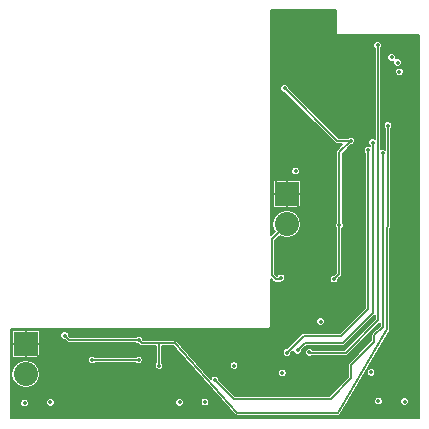
<source format=gbl>
G04 #@! TF.FileFunction,Copper,L4,Bot,Signal*
%FSLAX46Y46*%
G04 Gerber Fmt 4.6, Leading zero omitted, Abs format (unit mm)*
G04 Created by KiCad (PCBNEW (2015-07-20 BZR 5967)-product) date Thursday, July 23, 2015 'PMt' 01:28:37 PM*
%MOMM*%
G01*
G04 APERTURE LIST*
%ADD10C,0.100000*%
%ADD11R,2.032000X2.032000*%
%ADD12O,2.032000X2.032000*%
%ADD13C,0.355000*%
%ADD14C,0.127000*%
%ADD15C,0.200000*%
G04 APERTURE END LIST*
D10*
D11*
X173800000Y-96500000D03*
D12*
X173800000Y-99040000D03*
D11*
X151700000Y-109200000D03*
D12*
X151700000Y-111740000D03*
D13*
X161250000Y-112550000D03*
X174613000Y-85029040D03*
X177700000Y-111940000D03*
X180000000Y-104650000D03*
X173300000Y-102650000D03*
X169325000Y-111035000D03*
X151590000Y-114200000D03*
X164725000Y-114145000D03*
X181550000Y-114030000D03*
X177800000Y-103700000D03*
X173600000Y-87550000D03*
X179200000Y-92000000D03*
X178250000Y-99150000D03*
X162975000Y-111035000D03*
X155000000Y-108500000D03*
X182350000Y-90700000D03*
X161250000Y-108850000D03*
X161250000Y-110550000D03*
X157300000Y-110550000D03*
X167700000Y-112250000D03*
X181900000Y-93050000D03*
X183330000Y-86160000D03*
X183770000Y-114080000D03*
X183170000Y-85360000D03*
X166860000Y-114110000D03*
X182680000Y-84920000D03*
X153760000Y-114140000D03*
X181051200Y-92146120D03*
X174708820Y-109720380D03*
X180662580Y-92801440D03*
X173804580Y-109923580D03*
X181493160Y-83903820D03*
X175701960Y-109888020D03*
X173400000Y-111650000D03*
X180925000Y-111590000D03*
X176660000Y-107290000D03*
X174550000Y-94550000D03*
X173300000Y-103600000D03*
D14*
X153900000Y-111400000D02*
X151700000Y-109200000D01*
X160100000Y-111400000D02*
X153900000Y-111400000D01*
X161250000Y-112550000D02*
X160100000Y-111400000D01*
X172850000Y-95550000D02*
X172850000Y-87450000D01*
X174100000Y-86200000D02*
X172850000Y-87450000D01*
X174100000Y-85542040D02*
X174100000Y-86200000D01*
X174100000Y-85542040D02*
X174613000Y-85029040D01*
X172850000Y-95550000D02*
X173800000Y-96500000D01*
X177700000Y-111940000D02*
X176560000Y-110800000D01*
X176560000Y-110800000D02*
X173500000Y-110800000D01*
X173500000Y-110800000D02*
X172800000Y-110100000D01*
X172800000Y-110100000D02*
X172800000Y-105150000D01*
X172800000Y-105150000D02*
X173350000Y-104600000D01*
X173350000Y-104600000D02*
X175250000Y-104600000D01*
X175200000Y-100750000D02*
X173300000Y-102650000D01*
X175200000Y-100750000D02*
X175200000Y-97900000D01*
X173800000Y-96500000D02*
X175200000Y-97900000D01*
X175250000Y-104600000D02*
X173300000Y-102650000D01*
X179950000Y-104600000D02*
X175250000Y-104600000D01*
X179950000Y-104600000D02*
X180000000Y-104650000D01*
X178250000Y-103250000D02*
X177800000Y-103700000D01*
X178250000Y-99150000D02*
X178250000Y-103250000D01*
D15*
X179200000Y-92000000D02*
X178050000Y-92000000D01*
X178050000Y-92000000D02*
X173600000Y-87550000D01*
X179200000Y-92000000D02*
X178250000Y-92950000D01*
X178250000Y-92950000D02*
X178250000Y-99150000D01*
D14*
X163000000Y-109150000D02*
X163000000Y-111010000D01*
X163000000Y-111010000D02*
X162975000Y-111035000D01*
X161250000Y-108850000D02*
X155350000Y-108850000D01*
X155350000Y-108850000D02*
X155000000Y-108500000D01*
X182300000Y-107950000D02*
X182350000Y-90700000D01*
X178100000Y-115050000D02*
X182300000Y-107950000D01*
X169600000Y-115000000D02*
X178100000Y-115050000D01*
X164300000Y-109150000D02*
X169600000Y-115000000D01*
X161550000Y-109150000D02*
X163000000Y-109150000D01*
X163000000Y-109150000D02*
X164300000Y-109150000D01*
X161250000Y-108850000D02*
X161550000Y-109150000D01*
X161250000Y-110550000D02*
X157300000Y-110550000D01*
X181200000Y-108450000D02*
X181200000Y-109000000D01*
X181000000Y-109200000D02*
X179250000Y-110950000D01*
X179250000Y-110950000D02*
X179250000Y-112100000D01*
X179250000Y-112100000D02*
X177500000Y-113850000D01*
X177500000Y-113850000D02*
X169300000Y-113850000D01*
X169300000Y-113850000D02*
X167700000Y-112250000D01*
X181900000Y-93050000D02*
X181900000Y-107750000D01*
X181900000Y-107750000D02*
X181200000Y-108450000D01*
X181200000Y-109000000D02*
X181000000Y-109200000D01*
X181051200Y-106535220D02*
X181051200Y-92146120D01*
X178508660Y-109077760D02*
X181051200Y-106535220D01*
X175351440Y-109077760D02*
X178508660Y-109077760D01*
X174708820Y-109720380D02*
X175351440Y-109077760D01*
X180662580Y-106265980D02*
X180662580Y-92801440D01*
X178412140Y-108516420D02*
X180662580Y-106265980D01*
X175211740Y-108516420D02*
X178412140Y-108516420D01*
X173804580Y-109923580D02*
X175211740Y-108516420D01*
X181493160Y-107198160D02*
X181493160Y-83903820D01*
X178765200Y-109926120D02*
X181493160Y-107198160D01*
X175740060Y-109926120D02*
X178765200Y-109926120D01*
X175701960Y-109888020D02*
X175740060Y-109926120D01*
D15*
X172500000Y-100340000D02*
X173800000Y-99040000D01*
X172500000Y-103350000D02*
X172500000Y-100340000D01*
X172850000Y-103700000D02*
X172500000Y-103350000D01*
X173200000Y-103700000D02*
X172850000Y-103700000D01*
X173300000Y-103600000D02*
X173200000Y-103700000D01*
D14*
G36*
X172370059Y-107870059D02*
X172422193Y-107792035D01*
X172440500Y-107700000D01*
X172440500Y-107362879D01*
X176291936Y-107362879D01*
X176347842Y-107498183D01*
X176451272Y-107601794D01*
X176586479Y-107657936D01*
X176732879Y-107658064D01*
X176868183Y-107602158D01*
X176971794Y-107498728D01*
X177027936Y-107363521D01*
X177028064Y-107217121D01*
X176972158Y-107081817D01*
X176868728Y-106978206D01*
X176733521Y-106922064D01*
X176587121Y-106921936D01*
X176451817Y-106977842D01*
X176348206Y-107081272D01*
X176292064Y-107216479D01*
X176291936Y-107362879D01*
X172440500Y-107362879D01*
X172440500Y-103701330D01*
X172644583Y-103905412D01*
X172644585Y-103905415D01*
X172688361Y-103934665D01*
X172738831Y-103968388D01*
X172850000Y-103990501D01*
X172850005Y-103990500D01*
X173199995Y-103990500D01*
X173200000Y-103990501D01*
X173292725Y-103972056D01*
X173311170Y-103968387D01*
X173311733Y-103968011D01*
X173372879Y-103968064D01*
X173508183Y-103912158D01*
X173611794Y-103808728D01*
X173667936Y-103673521D01*
X173668064Y-103527121D01*
X173612158Y-103391817D01*
X173508728Y-103288206D01*
X173373521Y-103232064D01*
X173227121Y-103231936D01*
X173091817Y-103287842D01*
X172988206Y-103391272D01*
X172980637Y-103409500D01*
X172970329Y-103409500D01*
X172790500Y-103229670D01*
X172790500Y-100460330D01*
X173183682Y-100067147D01*
X173314655Y-100154661D01*
X173776363Y-100246500D01*
X173823637Y-100246500D01*
X174285345Y-100154661D01*
X174676761Y-99893124D01*
X174938298Y-99501708D01*
X175030137Y-99040000D01*
X174938298Y-98578292D01*
X174676761Y-98186876D01*
X174285345Y-97925339D01*
X173823637Y-97833500D01*
X173776363Y-97833500D01*
X173314655Y-97925339D01*
X172923239Y-98186876D01*
X172661702Y-98578292D01*
X172569863Y-99040000D01*
X172661702Y-99501708D01*
X172768151Y-99661019D01*
X172440500Y-99988670D01*
X172440500Y-96548375D01*
X172592500Y-96548375D01*
X172592500Y-97554091D01*
X172621654Y-97624476D01*
X172675524Y-97678346D01*
X172745908Y-97707500D01*
X173751625Y-97707500D01*
X173799500Y-97659625D01*
X173799500Y-96500500D01*
X173800500Y-96500500D01*
X173800500Y-97659625D01*
X173848375Y-97707500D01*
X174854092Y-97707500D01*
X174924476Y-97678346D01*
X174978346Y-97624476D01*
X175007500Y-97554091D01*
X175007500Y-96548375D01*
X174959625Y-96500500D01*
X173800500Y-96500500D01*
X173799500Y-96500500D01*
X173799500Y-96500500D01*
X172640375Y-96500500D01*
X172592500Y-96548375D01*
X172440500Y-96548375D01*
X172440500Y-95445909D01*
X172592500Y-95445909D01*
X172592500Y-96451625D01*
X172640375Y-96499500D01*
X173799500Y-96499500D01*
X173799500Y-95340375D01*
X173800500Y-95340375D01*
X173800500Y-96499500D01*
X174959625Y-96499500D01*
X175007500Y-96451625D01*
X175007500Y-95445909D01*
X174978346Y-95375524D01*
X174924476Y-95321654D01*
X174854092Y-95292500D01*
X173848375Y-95292500D01*
X173800500Y-95340375D01*
X173799500Y-95340375D01*
X173799500Y-95340375D01*
X173751625Y-95292500D01*
X172745908Y-95292500D01*
X172675524Y-95321654D01*
X172621654Y-95375524D01*
X172592500Y-95445909D01*
X172440500Y-95445909D01*
X172440500Y-94622879D01*
X174181936Y-94622879D01*
X174237842Y-94758183D01*
X174341272Y-94861794D01*
X174476479Y-94917936D01*
X174622879Y-94918064D01*
X174758183Y-94862158D01*
X174861794Y-94758728D01*
X174917936Y-94623521D01*
X174918064Y-94477121D01*
X174862158Y-94341817D01*
X174758728Y-94238206D01*
X174623521Y-94182064D01*
X174477121Y-94181936D01*
X174341817Y-94237842D01*
X174238206Y-94341272D01*
X174182064Y-94476479D01*
X174181936Y-94622879D01*
X172440500Y-94622879D01*
X172440500Y-87622879D01*
X173231936Y-87622879D01*
X173287842Y-87758183D01*
X173391272Y-87861794D01*
X173526479Y-87917936D01*
X173557133Y-87917963D01*
X177844583Y-92205412D01*
X177844585Y-92205415D01*
X177938830Y-92268387D01*
X178050000Y-92290500D01*
X178498670Y-92290500D01*
X178044585Y-92744585D01*
X177981613Y-92838830D01*
X177981613Y-92838831D01*
X177959499Y-92950000D01*
X177959500Y-92950005D01*
X177959500Y-98920015D01*
X177938206Y-98941272D01*
X177882064Y-99076479D01*
X177881936Y-99222879D01*
X177937842Y-99358183D01*
X177996000Y-99416443D01*
X177996000Y-103144790D01*
X177808783Y-103332007D01*
X177727121Y-103331936D01*
X177591817Y-103387842D01*
X177488206Y-103491272D01*
X177432064Y-103626479D01*
X177431936Y-103772879D01*
X177487842Y-103908183D01*
X177591272Y-104011794D01*
X177726479Y-104067936D01*
X177872879Y-104068064D01*
X178008183Y-104012158D01*
X178111794Y-103908728D01*
X178167936Y-103773521D01*
X178168008Y-103691202D01*
X178429605Y-103429605D01*
X178482795Y-103350000D01*
X178484665Y-103347202D01*
X178504000Y-103250000D01*
X178504000Y-99416421D01*
X178561794Y-99358728D01*
X178617936Y-99223521D01*
X178618064Y-99077121D01*
X178562158Y-98941817D01*
X178540500Y-98920121D01*
X178540500Y-93070330D01*
X179242791Y-92368038D01*
X179272879Y-92368064D01*
X179408183Y-92312158D01*
X179511794Y-92208728D01*
X179567936Y-92073521D01*
X179568064Y-91927121D01*
X179512158Y-91791817D01*
X179408728Y-91688206D01*
X179273521Y-91632064D01*
X179127121Y-91631936D01*
X178991817Y-91687842D01*
X178970121Y-91709500D01*
X178170329Y-91709500D01*
X173968038Y-87507208D01*
X173968064Y-87477121D01*
X173912158Y-87341817D01*
X173808728Y-87238206D01*
X173673521Y-87182064D01*
X173527121Y-87181936D01*
X173391817Y-87237842D01*
X173288206Y-87341272D01*
X173232064Y-87476479D01*
X173231936Y-87622879D01*
X172440500Y-87622879D01*
X172440500Y-80940500D01*
X177966500Y-80940500D01*
X177966500Y-82980000D01*
X177971334Y-83004300D01*
X177985099Y-83024901D01*
X178005700Y-83038666D01*
X178030000Y-83043500D01*
X184959500Y-83043500D01*
X184959500Y-115459500D01*
X150440500Y-115459500D01*
X150440500Y-114272879D01*
X151221936Y-114272879D01*
X151277842Y-114408183D01*
X151381272Y-114511794D01*
X151516479Y-114567936D01*
X151662879Y-114568064D01*
X151798183Y-114512158D01*
X151901794Y-114408728D01*
X151957936Y-114273521D01*
X151957989Y-114212879D01*
X153391936Y-114212879D01*
X153447842Y-114348183D01*
X153551272Y-114451794D01*
X153686479Y-114507936D01*
X153832879Y-114508064D01*
X153968183Y-114452158D01*
X154071794Y-114348728D01*
X154126126Y-114217879D01*
X164356936Y-114217879D01*
X164412842Y-114353183D01*
X164516272Y-114456794D01*
X164651479Y-114512936D01*
X164797879Y-114513064D01*
X164933183Y-114457158D01*
X165036794Y-114353728D01*
X165092936Y-114218521D01*
X165092967Y-114182879D01*
X166491936Y-114182879D01*
X166547842Y-114318183D01*
X166651272Y-114421794D01*
X166786479Y-114477936D01*
X166932879Y-114478064D01*
X167068183Y-114422158D01*
X167171794Y-114318728D01*
X167227936Y-114183521D01*
X167228064Y-114037121D01*
X167172158Y-113901817D01*
X167068728Y-113798206D01*
X166933521Y-113742064D01*
X166787121Y-113741936D01*
X166651817Y-113797842D01*
X166548206Y-113901272D01*
X166492064Y-114036479D01*
X166491936Y-114182879D01*
X165092967Y-114182879D01*
X165093064Y-114072121D01*
X165037158Y-113936817D01*
X164933728Y-113833206D01*
X164798521Y-113777064D01*
X164652121Y-113776936D01*
X164516817Y-113832842D01*
X164413206Y-113936272D01*
X164357064Y-114071479D01*
X164356936Y-114217879D01*
X154126126Y-114217879D01*
X154127936Y-114213521D01*
X154128064Y-114067121D01*
X154072158Y-113931817D01*
X153968728Y-113828206D01*
X153833521Y-113772064D01*
X153687121Y-113771936D01*
X153551817Y-113827842D01*
X153448206Y-113931272D01*
X153392064Y-114066479D01*
X153391936Y-114212879D01*
X151957989Y-114212879D01*
X151958064Y-114127121D01*
X151902158Y-113991817D01*
X151798728Y-113888206D01*
X151663521Y-113832064D01*
X151517121Y-113831936D01*
X151381817Y-113887842D01*
X151278206Y-113991272D01*
X151222064Y-114126479D01*
X151221936Y-114272879D01*
X150440500Y-114272879D01*
X150440500Y-111740000D01*
X150469863Y-111740000D01*
X150561702Y-112201708D01*
X150823239Y-112593124D01*
X151214655Y-112854661D01*
X151676363Y-112946500D01*
X151723637Y-112946500D01*
X152185345Y-112854661D01*
X152576761Y-112593124D01*
X152838298Y-112201708D01*
X152930137Y-111740000D01*
X152838298Y-111278292D01*
X152576761Y-110886876D01*
X152185345Y-110625339D01*
X152172978Y-110622879D01*
X156931936Y-110622879D01*
X156987842Y-110758183D01*
X157091272Y-110861794D01*
X157226479Y-110917936D01*
X157372879Y-110918064D01*
X157508183Y-110862158D01*
X157566443Y-110804000D01*
X160983579Y-110804000D01*
X161041272Y-110861794D01*
X161176479Y-110917936D01*
X161322879Y-110918064D01*
X161458183Y-110862158D01*
X161561794Y-110758728D01*
X161617936Y-110623521D01*
X161618064Y-110477121D01*
X161562158Y-110341817D01*
X161458728Y-110238206D01*
X161323521Y-110182064D01*
X161177121Y-110181936D01*
X161041817Y-110237842D01*
X160983557Y-110296000D01*
X157566421Y-110296000D01*
X157508728Y-110238206D01*
X157373521Y-110182064D01*
X157227121Y-110181936D01*
X157091817Y-110237842D01*
X156988206Y-110341272D01*
X156932064Y-110476479D01*
X156931936Y-110622879D01*
X152172978Y-110622879D01*
X151723637Y-110533500D01*
X151676363Y-110533500D01*
X151214655Y-110625339D01*
X150823239Y-110886876D01*
X150561702Y-111278292D01*
X150469863Y-111740000D01*
X150440500Y-111740000D01*
X150440500Y-109248375D01*
X150492500Y-109248375D01*
X150492500Y-110254091D01*
X150521654Y-110324476D01*
X150575524Y-110378346D01*
X150645908Y-110407500D01*
X151651625Y-110407500D01*
X151699500Y-110359625D01*
X151699500Y-109200500D01*
X151700500Y-109200500D01*
X151700500Y-110359625D01*
X151748375Y-110407500D01*
X152754092Y-110407500D01*
X152824476Y-110378346D01*
X152878346Y-110324476D01*
X152907500Y-110254091D01*
X152907500Y-109248375D01*
X152859625Y-109200500D01*
X151700500Y-109200500D01*
X151699500Y-109200500D01*
X151699500Y-109200500D01*
X150540375Y-109200500D01*
X150492500Y-109248375D01*
X150440500Y-109248375D01*
X150440500Y-108145909D01*
X150492500Y-108145909D01*
X150492500Y-109151625D01*
X150540375Y-109199500D01*
X151699500Y-109199500D01*
X151699500Y-108040375D01*
X151700500Y-108040375D01*
X151700500Y-109199500D01*
X152859625Y-109199500D01*
X152907500Y-109151625D01*
X152907500Y-108572879D01*
X154631936Y-108572879D01*
X154687842Y-108708183D01*
X154791272Y-108811794D01*
X154926479Y-108867936D01*
X155008798Y-108868008D01*
X155170395Y-109029605D01*
X155252799Y-109084666D01*
X155350000Y-109104000D01*
X160983579Y-109104000D01*
X161041272Y-109161794D01*
X161176479Y-109217936D01*
X161258798Y-109218008D01*
X161370395Y-109329605D01*
X161452798Y-109384665D01*
X161550000Y-109404000D01*
X162746000Y-109404000D01*
X162746000Y-110743623D01*
X162663206Y-110826272D01*
X162607064Y-110961479D01*
X162606936Y-111107879D01*
X162662842Y-111243183D01*
X162766272Y-111346794D01*
X162901479Y-111402936D01*
X163047879Y-111403064D01*
X163183183Y-111347158D01*
X163286794Y-111243728D01*
X163342936Y-111108521D01*
X163343064Y-110962121D01*
X163287158Y-110826817D01*
X163254000Y-110793601D01*
X163254000Y-109404000D01*
X164187379Y-109404000D01*
X169411764Y-115170539D01*
X169416262Y-115173876D01*
X169419342Y-115178545D01*
X169455890Y-115203278D01*
X169491356Y-115229592D01*
X169496785Y-115230953D01*
X169501419Y-115234089D01*
X169544656Y-115242955D01*
X169587486Y-115253692D01*
X169593023Y-115252872D01*
X169598506Y-115253996D01*
X178098506Y-115303996D01*
X178130555Y-115297817D01*
X178163140Y-115296027D01*
X178178781Y-115288518D01*
X178195820Y-115285233D01*
X178223063Y-115267260D01*
X178252483Y-115253137D01*
X178264061Y-115240213D01*
X178278545Y-115230658D01*
X178296835Y-115203631D01*
X178318614Y-115179321D01*
X178955382Y-114102879D01*
X181181936Y-114102879D01*
X181237842Y-114238183D01*
X181341272Y-114341794D01*
X181476479Y-114397936D01*
X181622879Y-114398064D01*
X181758183Y-114342158D01*
X181861794Y-114238728D01*
X181897441Y-114152879D01*
X183401936Y-114152879D01*
X183457842Y-114288183D01*
X183561272Y-114391794D01*
X183696479Y-114447936D01*
X183842879Y-114448064D01*
X183978183Y-114392158D01*
X184081794Y-114288728D01*
X184137936Y-114153521D01*
X184138064Y-114007121D01*
X184082158Y-113871817D01*
X183978728Y-113768206D01*
X183843521Y-113712064D01*
X183697121Y-113711936D01*
X183561817Y-113767842D01*
X183458206Y-113871272D01*
X183402064Y-114006479D01*
X183401936Y-114152879D01*
X181897441Y-114152879D01*
X181917936Y-114103521D01*
X181918064Y-113957121D01*
X181862158Y-113821817D01*
X181758728Y-113718206D01*
X181623521Y-113662064D01*
X181477121Y-113661936D01*
X181341817Y-113717842D01*
X181238206Y-113821272D01*
X181182064Y-113956479D01*
X181181936Y-114102879D01*
X178955382Y-114102879D01*
X180398762Y-111662879D01*
X180556936Y-111662879D01*
X180612842Y-111798183D01*
X180716272Y-111901794D01*
X180851479Y-111957936D01*
X180997879Y-111958064D01*
X181133183Y-111902158D01*
X181236794Y-111798728D01*
X181292936Y-111663521D01*
X181293064Y-111517121D01*
X181237158Y-111381817D01*
X181133728Y-111278206D01*
X180998521Y-111222064D01*
X180852121Y-111221936D01*
X180716817Y-111277842D01*
X180613206Y-111381272D01*
X180557064Y-111516479D01*
X180556936Y-111662879D01*
X180398762Y-111662879D01*
X182518614Y-108079321D01*
X182524490Y-108062594D01*
X182534382Y-108047882D01*
X182540768Y-108016259D01*
X182551462Y-107985817D01*
X182550490Y-107968114D01*
X182553999Y-107950736D01*
X182603227Y-90967193D01*
X182661794Y-90908728D01*
X182717936Y-90773521D01*
X182718064Y-90627121D01*
X182662158Y-90491817D01*
X182558728Y-90388206D01*
X182423521Y-90332064D01*
X182277121Y-90331936D01*
X182141817Y-90387842D01*
X182038206Y-90491272D01*
X181982064Y-90626479D01*
X181981936Y-90772879D01*
X182037842Y-90908183D01*
X182095229Y-90965670D01*
X182090113Y-92730477D01*
X181973521Y-92682064D01*
X181827121Y-92681936D01*
X181747160Y-92714975D01*
X181747160Y-86232879D01*
X182961936Y-86232879D01*
X183017842Y-86368183D01*
X183121272Y-86471794D01*
X183256479Y-86527936D01*
X183402879Y-86528064D01*
X183538183Y-86472158D01*
X183641794Y-86368728D01*
X183697936Y-86233521D01*
X183698064Y-86087121D01*
X183642158Y-85951817D01*
X183538728Y-85848206D01*
X183403521Y-85792064D01*
X183257121Y-85791936D01*
X183121817Y-85847842D01*
X183018206Y-85951272D01*
X182962064Y-86086479D01*
X182961936Y-86232879D01*
X181747160Y-86232879D01*
X181747160Y-84992879D01*
X182311936Y-84992879D01*
X182367842Y-85128183D01*
X182471272Y-85231794D01*
X182606479Y-85287936D01*
X182752879Y-85288064D01*
X182811456Y-85263861D01*
X182802064Y-85286479D01*
X182801936Y-85432879D01*
X182857842Y-85568183D01*
X182961272Y-85671794D01*
X183096479Y-85727936D01*
X183242879Y-85728064D01*
X183378183Y-85672158D01*
X183481794Y-85568728D01*
X183537936Y-85433521D01*
X183538064Y-85287121D01*
X183482158Y-85151817D01*
X183378728Y-85048206D01*
X183243521Y-84992064D01*
X183097121Y-84991936D01*
X183038544Y-85016139D01*
X183047936Y-84993521D01*
X183048064Y-84847121D01*
X182992158Y-84711817D01*
X182888728Y-84608206D01*
X182753521Y-84552064D01*
X182607121Y-84551936D01*
X182471817Y-84607842D01*
X182368206Y-84711272D01*
X182312064Y-84846479D01*
X182311936Y-84992879D01*
X181747160Y-84992879D01*
X181747160Y-84170241D01*
X181804954Y-84112548D01*
X181861096Y-83977341D01*
X181861224Y-83830941D01*
X181805318Y-83695637D01*
X181701888Y-83592026D01*
X181566681Y-83535884D01*
X181420281Y-83535756D01*
X181284977Y-83591662D01*
X181181366Y-83695092D01*
X181125224Y-83830299D01*
X181125096Y-83976699D01*
X181181002Y-84112003D01*
X181239160Y-84170263D01*
X181239160Y-91825703D01*
X181124721Y-91778184D01*
X180978321Y-91778056D01*
X180843017Y-91833962D01*
X180739406Y-91937392D01*
X180683264Y-92072599D01*
X180683136Y-92218999D01*
X180739042Y-92354303D01*
X180797200Y-92412563D01*
X180797200Y-92458874D01*
X180736101Y-92433504D01*
X180589701Y-92433376D01*
X180454397Y-92489282D01*
X180350786Y-92592712D01*
X180294644Y-92727919D01*
X180294516Y-92874319D01*
X180350422Y-93009623D01*
X180408580Y-93067883D01*
X180408580Y-106160770D01*
X178306930Y-108262420D01*
X175211740Y-108262420D01*
X175114539Y-108281754D01*
X175032135Y-108336815D01*
X173813363Y-109555587D01*
X173731701Y-109555516D01*
X173596397Y-109611422D01*
X173492786Y-109714852D01*
X173436644Y-109850059D01*
X173436516Y-109996459D01*
X173492422Y-110131763D01*
X173595852Y-110235374D01*
X173731059Y-110291516D01*
X173877459Y-110291644D01*
X174012763Y-110235738D01*
X174116374Y-110132308D01*
X174172516Y-109997101D01*
X174172588Y-109914782D01*
X174340797Y-109746573D01*
X174340756Y-109793259D01*
X174396662Y-109928563D01*
X174500092Y-110032174D01*
X174635299Y-110088316D01*
X174781699Y-110088444D01*
X174917003Y-110032538D01*
X175020614Y-109929108D01*
X175076756Y-109793901D01*
X175076828Y-109711582D01*
X175456650Y-109331760D01*
X178508660Y-109331760D01*
X178605862Y-109312425D01*
X178688265Y-109257365D01*
X181230805Y-106714825D01*
X181239160Y-106702321D01*
X181239160Y-107092950D01*
X178659990Y-109672120D01*
X176006414Y-109672120D01*
X175910688Y-109576226D01*
X175775481Y-109520084D01*
X175629081Y-109519956D01*
X175493777Y-109575862D01*
X175390166Y-109679292D01*
X175334024Y-109814499D01*
X175333896Y-109960899D01*
X175389802Y-110096203D01*
X175493232Y-110199814D01*
X175628439Y-110255956D01*
X175774839Y-110256084D01*
X175910143Y-110200178D01*
X175930236Y-110180120D01*
X178765200Y-110180120D01*
X178862402Y-110160785D01*
X178944805Y-110105725D01*
X181646000Y-107404530D01*
X181646000Y-107644790D01*
X181020395Y-108270395D01*
X180965335Y-108352798D01*
X180946000Y-108450000D01*
X180946000Y-108894790D01*
X179070395Y-110770395D01*
X179015335Y-110852798D01*
X178996000Y-110950000D01*
X178996000Y-111994790D01*
X177394790Y-113596000D01*
X169405210Y-113596000D01*
X168067993Y-112258783D01*
X168068064Y-112177121D01*
X168012158Y-112041817D01*
X167908728Y-111938206D01*
X167773521Y-111882064D01*
X167627121Y-111881936D01*
X167491817Y-111937842D01*
X167388206Y-112041272D01*
X167348600Y-112136656D01*
X166973726Y-111722879D01*
X173031936Y-111722879D01*
X173087842Y-111858183D01*
X173191272Y-111961794D01*
X173326479Y-112017936D01*
X173472879Y-112018064D01*
X173608183Y-111962158D01*
X173711794Y-111858728D01*
X173767936Y-111723521D01*
X173768064Y-111577121D01*
X173712158Y-111441817D01*
X173608728Y-111338206D01*
X173473521Y-111282064D01*
X173327121Y-111281936D01*
X173191817Y-111337842D01*
X173088206Y-111441272D01*
X173032064Y-111576479D01*
X173031936Y-111722879D01*
X166973726Y-111722879D01*
X166416546Y-111107879D01*
X168956936Y-111107879D01*
X169012842Y-111243183D01*
X169116272Y-111346794D01*
X169251479Y-111402936D01*
X169397879Y-111403064D01*
X169533183Y-111347158D01*
X169636794Y-111243728D01*
X169692936Y-111108521D01*
X169693064Y-110962121D01*
X169637158Y-110826817D01*
X169533728Y-110723206D01*
X169398521Y-110667064D01*
X169252121Y-110666936D01*
X169116817Y-110722842D01*
X169013206Y-110826272D01*
X168957064Y-110961479D01*
X168956936Y-111107879D01*
X166416546Y-111107879D01*
X164488236Y-108979462D01*
X164483134Y-108975677D01*
X164479605Y-108970395D01*
X164443509Y-108946276D01*
X164408644Y-108920408D01*
X164402483Y-108918863D01*
X164397202Y-108915335D01*
X164354623Y-108906865D01*
X164312514Y-108896309D01*
X164306232Y-108897240D01*
X164300000Y-108896000D01*
X161655210Y-108896000D01*
X161617993Y-108858783D01*
X161618064Y-108777121D01*
X161562158Y-108641817D01*
X161458728Y-108538206D01*
X161323521Y-108482064D01*
X161177121Y-108481936D01*
X161041817Y-108537842D01*
X160983557Y-108596000D01*
X155455210Y-108596000D01*
X155367993Y-108508783D01*
X155368064Y-108427121D01*
X155312158Y-108291817D01*
X155208728Y-108188206D01*
X155073521Y-108132064D01*
X154927121Y-108131936D01*
X154791817Y-108187842D01*
X154688206Y-108291272D01*
X154632064Y-108426479D01*
X154631936Y-108572879D01*
X152907500Y-108572879D01*
X152907500Y-108145909D01*
X152878346Y-108075524D01*
X152824476Y-108021654D01*
X152754092Y-107992500D01*
X151748375Y-107992500D01*
X151700500Y-108040375D01*
X151699500Y-108040375D01*
X151699500Y-108040375D01*
X151651625Y-107992500D01*
X150645908Y-107992500D01*
X150575524Y-108021654D01*
X150521654Y-108075524D01*
X150492500Y-108145909D01*
X150440500Y-108145909D01*
X150440500Y-107940500D01*
X172200000Y-107940500D01*
X172292035Y-107922193D01*
X172370059Y-107870059D01*
X172370059Y-107870059D01*
G37*
X172370059Y-107870059D02*
X172422193Y-107792035D01*
X172440500Y-107700000D01*
X172440500Y-107362879D01*
X176291936Y-107362879D01*
X176347842Y-107498183D01*
X176451272Y-107601794D01*
X176586479Y-107657936D01*
X176732879Y-107658064D01*
X176868183Y-107602158D01*
X176971794Y-107498728D01*
X177027936Y-107363521D01*
X177028064Y-107217121D01*
X176972158Y-107081817D01*
X176868728Y-106978206D01*
X176733521Y-106922064D01*
X176587121Y-106921936D01*
X176451817Y-106977842D01*
X176348206Y-107081272D01*
X176292064Y-107216479D01*
X176291936Y-107362879D01*
X172440500Y-107362879D01*
X172440500Y-103701330D01*
X172644583Y-103905412D01*
X172644585Y-103905415D01*
X172688361Y-103934665D01*
X172738831Y-103968388D01*
X172850000Y-103990501D01*
X172850005Y-103990500D01*
X173199995Y-103990500D01*
X173200000Y-103990501D01*
X173292725Y-103972056D01*
X173311170Y-103968387D01*
X173311733Y-103968011D01*
X173372879Y-103968064D01*
X173508183Y-103912158D01*
X173611794Y-103808728D01*
X173667936Y-103673521D01*
X173668064Y-103527121D01*
X173612158Y-103391817D01*
X173508728Y-103288206D01*
X173373521Y-103232064D01*
X173227121Y-103231936D01*
X173091817Y-103287842D01*
X172988206Y-103391272D01*
X172980637Y-103409500D01*
X172970329Y-103409500D01*
X172790500Y-103229670D01*
X172790500Y-100460330D01*
X173183682Y-100067147D01*
X173314655Y-100154661D01*
X173776363Y-100246500D01*
X173823637Y-100246500D01*
X174285345Y-100154661D01*
X174676761Y-99893124D01*
X174938298Y-99501708D01*
X175030137Y-99040000D01*
X174938298Y-98578292D01*
X174676761Y-98186876D01*
X174285345Y-97925339D01*
X173823637Y-97833500D01*
X173776363Y-97833500D01*
X173314655Y-97925339D01*
X172923239Y-98186876D01*
X172661702Y-98578292D01*
X172569863Y-99040000D01*
X172661702Y-99501708D01*
X172768151Y-99661019D01*
X172440500Y-99988670D01*
X172440500Y-96548375D01*
X172592500Y-96548375D01*
X172592500Y-97554091D01*
X172621654Y-97624476D01*
X172675524Y-97678346D01*
X172745908Y-97707500D01*
X173751625Y-97707500D01*
X173799500Y-97659625D01*
X173799500Y-96500500D01*
X173800500Y-96500500D01*
X173800500Y-97659625D01*
X173848375Y-97707500D01*
X174854092Y-97707500D01*
X174924476Y-97678346D01*
X174978346Y-97624476D01*
X175007500Y-97554091D01*
X175007500Y-96548375D01*
X174959625Y-96500500D01*
X173800500Y-96500500D01*
X173799500Y-96500500D01*
X173799500Y-96500500D01*
X172640375Y-96500500D01*
X172592500Y-96548375D01*
X172440500Y-96548375D01*
X172440500Y-95445909D01*
X172592500Y-95445909D01*
X172592500Y-96451625D01*
X172640375Y-96499500D01*
X173799500Y-96499500D01*
X173799500Y-95340375D01*
X173800500Y-95340375D01*
X173800500Y-96499500D01*
X174959625Y-96499500D01*
X175007500Y-96451625D01*
X175007500Y-95445909D01*
X174978346Y-95375524D01*
X174924476Y-95321654D01*
X174854092Y-95292500D01*
X173848375Y-95292500D01*
X173800500Y-95340375D01*
X173799500Y-95340375D01*
X173799500Y-95340375D01*
X173751625Y-95292500D01*
X172745908Y-95292500D01*
X172675524Y-95321654D01*
X172621654Y-95375524D01*
X172592500Y-95445909D01*
X172440500Y-95445909D01*
X172440500Y-94622879D01*
X174181936Y-94622879D01*
X174237842Y-94758183D01*
X174341272Y-94861794D01*
X174476479Y-94917936D01*
X174622879Y-94918064D01*
X174758183Y-94862158D01*
X174861794Y-94758728D01*
X174917936Y-94623521D01*
X174918064Y-94477121D01*
X174862158Y-94341817D01*
X174758728Y-94238206D01*
X174623521Y-94182064D01*
X174477121Y-94181936D01*
X174341817Y-94237842D01*
X174238206Y-94341272D01*
X174182064Y-94476479D01*
X174181936Y-94622879D01*
X172440500Y-94622879D01*
X172440500Y-87622879D01*
X173231936Y-87622879D01*
X173287842Y-87758183D01*
X173391272Y-87861794D01*
X173526479Y-87917936D01*
X173557133Y-87917963D01*
X177844583Y-92205412D01*
X177844585Y-92205415D01*
X177938830Y-92268387D01*
X178050000Y-92290500D01*
X178498670Y-92290500D01*
X178044585Y-92744585D01*
X177981613Y-92838830D01*
X177981613Y-92838831D01*
X177959499Y-92950000D01*
X177959500Y-92950005D01*
X177959500Y-98920015D01*
X177938206Y-98941272D01*
X177882064Y-99076479D01*
X177881936Y-99222879D01*
X177937842Y-99358183D01*
X177996000Y-99416443D01*
X177996000Y-103144790D01*
X177808783Y-103332007D01*
X177727121Y-103331936D01*
X177591817Y-103387842D01*
X177488206Y-103491272D01*
X177432064Y-103626479D01*
X177431936Y-103772879D01*
X177487842Y-103908183D01*
X177591272Y-104011794D01*
X177726479Y-104067936D01*
X177872879Y-104068064D01*
X178008183Y-104012158D01*
X178111794Y-103908728D01*
X178167936Y-103773521D01*
X178168008Y-103691202D01*
X178429605Y-103429605D01*
X178482795Y-103350000D01*
X178484665Y-103347202D01*
X178504000Y-103250000D01*
X178504000Y-99416421D01*
X178561794Y-99358728D01*
X178617936Y-99223521D01*
X178618064Y-99077121D01*
X178562158Y-98941817D01*
X178540500Y-98920121D01*
X178540500Y-93070330D01*
X179242791Y-92368038D01*
X179272879Y-92368064D01*
X179408183Y-92312158D01*
X179511794Y-92208728D01*
X179567936Y-92073521D01*
X179568064Y-91927121D01*
X179512158Y-91791817D01*
X179408728Y-91688206D01*
X179273521Y-91632064D01*
X179127121Y-91631936D01*
X178991817Y-91687842D01*
X178970121Y-91709500D01*
X178170329Y-91709500D01*
X173968038Y-87507208D01*
X173968064Y-87477121D01*
X173912158Y-87341817D01*
X173808728Y-87238206D01*
X173673521Y-87182064D01*
X173527121Y-87181936D01*
X173391817Y-87237842D01*
X173288206Y-87341272D01*
X173232064Y-87476479D01*
X173231936Y-87622879D01*
X172440500Y-87622879D01*
X172440500Y-80940500D01*
X177966500Y-80940500D01*
X177966500Y-82980000D01*
X177971334Y-83004300D01*
X177985099Y-83024901D01*
X178005700Y-83038666D01*
X178030000Y-83043500D01*
X184959500Y-83043500D01*
X184959500Y-115459500D01*
X150440500Y-115459500D01*
X150440500Y-114272879D01*
X151221936Y-114272879D01*
X151277842Y-114408183D01*
X151381272Y-114511794D01*
X151516479Y-114567936D01*
X151662879Y-114568064D01*
X151798183Y-114512158D01*
X151901794Y-114408728D01*
X151957936Y-114273521D01*
X151957989Y-114212879D01*
X153391936Y-114212879D01*
X153447842Y-114348183D01*
X153551272Y-114451794D01*
X153686479Y-114507936D01*
X153832879Y-114508064D01*
X153968183Y-114452158D01*
X154071794Y-114348728D01*
X154126126Y-114217879D01*
X164356936Y-114217879D01*
X164412842Y-114353183D01*
X164516272Y-114456794D01*
X164651479Y-114512936D01*
X164797879Y-114513064D01*
X164933183Y-114457158D01*
X165036794Y-114353728D01*
X165092936Y-114218521D01*
X165092967Y-114182879D01*
X166491936Y-114182879D01*
X166547842Y-114318183D01*
X166651272Y-114421794D01*
X166786479Y-114477936D01*
X166932879Y-114478064D01*
X167068183Y-114422158D01*
X167171794Y-114318728D01*
X167227936Y-114183521D01*
X167228064Y-114037121D01*
X167172158Y-113901817D01*
X167068728Y-113798206D01*
X166933521Y-113742064D01*
X166787121Y-113741936D01*
X166651817Y-113797842D01*
X166548206Y-113901272D01*
X166492064Y-114036479D01*
X166491936Y-114182879D01*
X165092967Y-114182879D01*
X165093064Y-114072121D01*
X165037158Y-113936817D01*
X164933728Y-113833206D01*
X164798521Y-113777064D01*
X164652121Y-113776936D01*
X164516817Y-113832842D01*
X164413206Y-113936272D01*
X164357064Y-114071479D01*
X164356936Y-114217879D01*
X154126126Y-114217879D01*
X154127936Y-114213521D01*
X154128064Y-114067121D01*
X154072158Y-113931817D01*
X153968728Y-113828206D01*
X153833521Y-113772064D01*
X153687121Y-113771936D01*
X153551817Y-113827842D01*
X153448206Y-113931272D01*
X153392064Y-114066479D01*
X153391936Y-114212879D01*
X151957989Y-114212879D01*
X151958064Y-114127121D01*
X151902158Y-113991817D01*
X151798728Y-113888206D01*
X151663521Y-113832064D01*
X151517121Y-113831936D01*
X151381817Y-113887842D01*
X151278206Y-113991272D01*
X151222064Y-114126479D01*
X151221936Y-114272879D01*
X150440500Y-114272879D01*
X150440500Y-111740000D01*
X150469863Y-111740000D01*
X150561702Y-112201708D01*
X150823239Y-112593124D01*
X151214655Y-112854661D01*
X151676363Y-112946500D01*
X151723637Y-112946500D01*
X152185345Y-112854661D01*
X152576761Y-112593124D01*
X152838298Y-112201708D01*
X152930137Y-111740000D01*
X152838298Y-111278292D01*
X152576761Y-110886876D01*
X152185345Y-110625339D01*
X152172978Y-110622879D01*
X156931936Y-110622879D01*
X156987842Y-110758183D01*
X157091272Y-110861794D01*
X157226479Y-110917936D01*
X157372879Y-110918064D01*
X157508183Y-110862158D01*
X157566443Y-110804000D01*
X160983579Y-110804000D01*
X161041272Y-110861794D01*
X161176479Y-110917936D01*
X161322879Y-110918064D01*
X161458183Y-110862158D01*
X161561794Y-110758728D01*
X161617936Y-110623521D01*
X161618064Y-110477121D01*
X161562158Y-110341817D01*
X161458728Y-110238206D01*
X161323521Y-110182064D01*
X161177121Y-110181936D01*
X161041817Y-110237842D01*
X160983557Y-110296000D01*
X157566421Y-110296000D01*
X157508728Y-110238206D01*
X157373521Y-110182064D01*
X157227121Y-110181936D01*
X157091817Y-110237842D01*
X156988206Y-110341272D01*
X156932064Y-110476479D01*
X156931936Y-110622879D01*
X152172978Y-110622879D01*
X151723637Y-110533500D01*
X151676363Y-110533500D01*
X151214655Y-110625339D01*
X150823239Y-110886876D01*
X150561702Y-111278292D01*
X150469863Y-111740000D01*
X150440500Y-111740000D01*
X150440500Y-109248375D01*
X150492500Y-109248375D01*
X150492500Y-110254091D01*
X150521654Y-110324476D01*
X150575524Y-110378346D01*
X150645908Y-110407500D01*
X151651625Y-110407500D01*
X151699500Y-110359625D01*
X151699500Y-109200500D01*
X151700500Y-109200500D01*
X151700500Y-110359625D01*
X151748375Y-110407500D01*
X152754092Y-110407500D01*
X152824476Y-110378346D01*
X152878346Y-110324476D01*
X152907500Y-110254091D01*
X152907500Y-109248375D01*
X152859625Y-109200500D01*
X151700500Y-109200500D01*
X151699500Y-109200500D01*
X151699500Y-109200500D01*
X150540375Y-109200500D01*
X150492500Y-109248375D01*
X150440500Y-109248375D01*
X150440500Y-108145909D01*
X150492500Y-108145909D01*
X150492500Y-109151625D01*
X150540375Y-109199500D01*
X151699500Y-109199500D01*
X151699500Y-108040375D01*
X151700500Y-108040375D01*
X151700500Y-109199500D01*
X152859625Y-109199500D01*
X152907500Y-109151625D01*
X152907500Y-108572879D01*
X154631936Y-108572879D01*
X154687842Y-108708183D01*
X154791272Y-108811794D01*
X154926479Y-108867936D01*
X155008798Y-108868008D01*
X155170395Y-109029605D01*
X155252799Y-109084666D01*
X155350000Y-109104000D01*
X160983579Y-109104000D01*
X161041272Y-109161794D01*
X161176479Y-109217936D01*
X161258798Y-109218008D01*
X161370395Y-109329605D01*
X161452798Y-109384665D01*
X161550000Y-109404000D01*
X162746000Y-109404000D01*
X162746000Y-110743623D01*
X162663206Y-110826272D01*
X162607064Y-110961479D01*
X162606936Y-111107879D01*
X162662842Y-111243183D01*
X162766272Y-111346794D01*
X162901479Y-111402936D01*
X163047879Y-111403064D01*
X163183183Y-111347158D01*
X163286794Y-111243728D01*
X163342936Y-111108521D01*
X163343064Y-110962121D01*
X163287158Y-110826817D01*
X163254000Y-110793601D01*
X163254000Y-109404000D01*
X164187379Y-109404000D01*
X169411764Y-115170539D01*
X169416262Y-115173876D01*
X169419342Y-115178545D01*
X169455890Y-115203278D01*
X169491356Y-115229592D01*
X169496785Y-115230953D01*
X169501419Y-115234089D01*
X169544656Y-115242955D01*
X169587486Y-115253692D01*
X169593023Y-115252872D01*
X169598506Y-115253996D01*
X178098506Y-115303996D01*
X178130555Y-115297817D01*
X178163140Y-115296027D01*
X178178781Y-115288518D01*
X178195820Y-115285233D01*
X178223063Y-115267260D01*
X178252483Y-115253137D01*
X178264061Y-115240213D01*
X178278545Y-115230658D01*
X178296835Y-115203631D01*
X178318614Y-115179321D01*
X178955382Y-114102879D01*
X181181936Y-114102879D01*
X181237842Y-114238183D01*
X181341272Y-114341794D01*
X181476479Y-114397936D01*
X181622879Y-114398064D01*
X181758183Y-114342158D01*
X181861794Y-114238728D01*
X181897441Y-114152879D01*
X183401936Y-114152879D01*
X183457842Y-114288183D01*
X183561272Y-114391794D01*
X183696479Y-114447936D01*
X183842879Y-114448064D01*
X183978183Y-114392158D01*
X184081794Y-114288728D01*
X184137936Y-114153521D01*
X184138064Y-114007121D01*
X184082158Y-113871817D01*
X183978728Y-113768206D01*
X183843521Y-113712064D01*
X183697121Y-113711936D01*
X183561817Y-113767842D01*
X183458206Y-113871272D01*
X183402064Y-114006479D01*
X183401936Y-114152879D01*
X181897441Y-114152879D01*
X181917936Y-114103521D01*
X181918064Y-113957121D01*
X181862158Y-113821817D01*
X181758728Y-113718206D01*
X181623521Y-113662064D01*
X181477121Y-113661936D01*
X181341817Y-113717842D01*
X181238206Y-113821272D01*
X181182064Y-113956479D01*
X181181936Y-114102879D01*
X178955382Y-114102879D01*
X180398762Y-111662879D01*
X180556936Y-111662879D01*
X180612842Y-111798183D01*
X180716272Y-111901794D01*
X180851479Y-111957936D01*
X180997879Y-111958064D01*
X181133183Y-111902158D01*
X181236794Y-111798728D01*
X181292936Y-111663521D01*
X181293064Y-111517121D01*
X181237158Y-111381817D01*
X181133728Y-111278206D01*
X180998521Y-111222064D01*
X180852121Y-111221936D01*
X180716817Y-111277842D01*
X180613206Y-111381272D01*
X180557064Y-111516479D01*
X180556936Y-111662879D01*
X180398762Y-111662879D01*
X182518614Y-108079321D01*
X182524490Y-108062594D01*
X182534382Y-108047882D01*
X182540768Y-108016259D01*
X182551462Y-107985817D01*
X182550490Y-107968114D01*
X182553999Y-107950736D01*
X182603227Y-90967193D01*
X182661794Y-90908728D01*
X182717936Y-90773521D01*
X182718064Y-90627121D01*
X182662158Y-90491817D01*
X182558728Y-90388206D01*
X182423521Y-90332064D01*
X182277121Y-90331936D01*
X182141817Y-90387842D01*
X182038206Y-90491272D01*
X181982064Y-90626479D01*
X181981936Y-90772879D01*
X182037842Y-90908183D01*
X182095229Y-90965670D01*
X182090113Y-92730477D01*
X181973521Y-92682064D01*
X181827121Y-92681936D01*
X181747160Y-92714975D01*
X181747160Y-86232879D01*
X182961936Y-86232879D01*
X183017842Y-86368183D01*
X183121272Y-86471794D01*
X183256479Y-86527936D01*
X183402879Y-86528064D01*
X183538183Y-86472158D01*
X183641794Y-86368728D01*
X183697936Y-86233521D01*
X183698064Y-86087121D01*
X183642158Y-85951817D01*
X183538728Y-85848206D01*
X183403521Y-85792064D01*
X183257121Y-85791936D01*
X183121817Y-85847842D01*
X183018206Y-85951272D01*
X182962064Y-86086479D01*
X182961936Y-86232879D01*
X181747160Y-86232879D01*
X181747160Y-84992879D01*
X182311936Y-84992879D01*
X182367842Y-85128183D01*
X182471272Y-85231794D01*
X182606479Y-85287936D01*
X182752879Y-85288064D01*
X182811456Y-85263861D01*
X182802064Y-85286479D01*
X182801936Y-85432879D01*
X182857842Y-85568183D01*
X182961272Y-85671794D01*
X183096479Y-85727936D01*
X183242879Y-85728064D01*
X183378183Y-85672158D01*
X183481794Y-85568728D01*
X183537936Y-85433521D01*
X183538064Y-85287121D01*
X183482158Y-85151817D01*
X183378728Y-85048206D01*
X183243521Y-84992064D01*
X183097121Y-84991936D01*
X183038544Y-85016139D01*
X183047936Y-84993521D01*
X183048064Y-84847121D01*
X182992158Y-84711817D01*
X182888728Y-84608206D01*
X182753521Y-84552064D01*
X182607121Y-84551936D01*
X182471817Y-84607842D01*
X182368206Y-84711272D01*
X182312064Y-84846479D01*
X182311936Y-84992879D01*
X181747160Y-84992879D01*
X181747160Y-84170241D01*
X181804954Y-84112548D01*
X181861096Y-83977341D01*
X181861224Y-83830941D01*
X181805318Y-83695637D01*
X181701888Y-83592026D01*
X181566681Y-83535884D01*
X181420281Y-83535756D01*
X181284977Y-83591662D01*
X181181366Y-83695092D01*
X181125224Y-83830299D01*
X181125096Y-83976699D01*
X181181002Y-84112003D01*
X181239160Y-84170263D01*
X181239160Y-91825703D01*
X181124721Y-91778184D01*
X180978321Y-91778056D01*
X180843017Y-91833962D01*
X180739406Y-91937392D01*
X180683264Y-92072599D01*
X180683136Y-92218999D01*
X180739042Y-92354303D01*
X180797200Y-92412563D01*
X180797200Y-92458874D01*
X180736101Y-92433504D01*
X180589701Y-92433376D01*
X180454397Y-92489282D01*
X180350786Y-92592712D01*
X180294644Y-92727919D01*
X180294516Y-92874319D01*
X180350422Y-93009623D01*
X180408580Y-93067883D01*
X180408580Y-106160770D01*
X178306930Y-108262420D01*
X175211740Y-108262420D01*
X175114539Y-108281754D01*
X175032135Y-108336815D01*
X173813363Y-109555587D01*
X173731701Y-109555516D01*
X173596397Y-109611422D01*
X173492786Y-109714852D01*
X173436644Y-109850059D01*
X173436516Y-109996459D01*
X173492422Y-110131763D01*
X173595852Y-110235374D01*
X173731059Y-110291516D01*
X173877459Y-110291644D01*
X174012763Y-110235738D01*
X174116374Y-110132308D01*
X174172516Y-109997101D01*
X174172588Y-109914782D01*
X174340797Y-109746573D01*
X174340756Y-109793259D01*
X174396662Y-109928563D01*
X174500092Y-110032174D01*
X174635299Y-110088316D01*
X174781699Y-110088444D01*
X174917003Y-110032538D01*
X175020614Y-109929108D01*
X175076756Y-109793901D01*
X175076828Y-109711582D01*
X175456650Y-109331760D01*
X178508660Y-109331760D01*
X178605862Y-109312425D01*
X178688265Y-109257365D01*
X181230805Y-106714825D01*
X181239160Y-106702321D01*
X181239160Y-107092950D01*
X178659990Y-109672120D01*
X176006414Y-109672120D01*
X175910688Y-109576226D01*
X175775481Y-109520084D01*
X175629081Y-109519956D01*
X175493777Y-109575862D01*
X175390166Y-109679292D01*
X175334024Y-109814499D01*
X175333896Y-109960899D01*
X175389802Y-110096203D01*
X175493232Y-110199814D01*
X175628439Y-110255956D01*
X175774839Y-110256084D01*
X175910143Y-110200178D01*
X175930236Y-110180120D01*
X178765200Y-110180120D01*
X178862402Y-110160785D01*
X178944805Y-110105725D01*
X181646000Y-107404530D01*
X181646000Y-107644790D01*
X181020395Y-108270395D01*
X180965335Y-108352798D01*
X180946000Y-108450000D01*
X180946000Y-108894790D01*
X179070395Y-110770395D01*
X179015335Y-110852798D01*
X178996000Y-110950000D01*
X178996000Y-111994790D01*
X177394790Y-113596000D01*
X169405210Y-113596000D01*
X168067993Y-112258783D01*
X168068064Y-112177121D01*
X168012158Y-112041817D01*
X167908728Y-111938206D01*
X167773521Y-111882064D01*
X167627121Y-111881936D01*
X167491817Y-111937842D01*
X167388206Y-112041272D01*
X167348600Y-112136656D01*
X166973726Y-111722879D01*
X173031936Y-111722879D01*
X173087842Y-111858183D01*
X173191272Y-111961794D01*
X173326479Y-112017936D01*
X173472879Y-112018064D01*
X173608183Y-111962158D01*
X173711794Y-111858728D01*
X173767936Y-111723521D01*
X173768064Y-111577121D01*
X173712158Y-111441817D01*
X173608728Y-111338206D01*
X173473521Y-111282064D01*
X173327121Y-111281936D01*
X173191817Y-111337842D01*
X173088206Y-111441272D01*
X173032064Y-111576479D01*
X173031936Y-111722879D01*
X166973726Y-111722879D01*
X166416546Y-111107879D01*
X168956936Y-111107879D01*
X169012842Y-111243183D01*
X169116272Y-111346794D01*
X169251479Y-111402936D01*
X169397879Y-111403064D01*
X169533183Y-111347158D01*
X169636794Y-111243728D01*
X169692936Y-111108521D01*
X169693064Y-110962121D01*
X169637158Y-110826817D01*
X169533728Y-110723206D01*
X169398521Y-110667064D01*
X169252121Y-110666936D01*
X169116817Y-110722842D01*
X169013206Y-110826272D01*
X168957064Y-110961479D01*
X168956936Y-111107879D01*
X166416546Y-111107879D01*
X164488236Y-108979462D01*
X164483134Y-108975677D01*
X164479605Y-108970395D01*
X164443509Y-108946276D01*
X164408644Y-108920408D01*
X164402483Y-108918863D01*
X164397202Y-108915335D01*
X164354623Y-108906865D01*
X164312514Y-108896309D01*
X164306232Y-108897240D01*
X164300000Y-108896000D01*
X161655210Y-108896000D01*
X161617993Y-108858783D01*
X161618064Y-108777121D01*
X161562158Y-108641817D01*
X161458728Y-108538206D01*
X161323521Y-108482064D01*
X161177121Y-108481936D01*
X161041817Y-108537842D01*
X160983557Y-108596000D01*
X155455210Y-108596000D01*
X155367993Y-108508783D01*
X155368064Y-108427121D01*
X155312158Y-108291817D01*
X155208728Y-108188206D01*
X155073521Y-108132064D01*
X154927121Y-108131936D01*
X154791817Y-108187842D01*
X154688206Y-108291272D01*
X154632064Y-108426479D01*
X154631936Y-108572879D01*
X152907500Y-108572879D01*
X152907500Y-108145909D01*
X152878346Y-108075524D01*
X152824476Y-108021654D01*
X152754092Y-107992500D01*
X151748375Y-107992500D01*
X151700500Y-108040375D01*
X151699500Y-108040375D01*
X151699500Y-108040375D01*
X151651625Y-107992500D01*
X150645908Y-107992500D01*
X150575524Y-108021654D01*
X150521654Y-108075524D01*
X150492500Y-108145909D01*
X150440500Y-108145909D01*
X150440500Y-107940500D01*
X172200000Y-107940500D01*
X172292035Y-107922193D01*
X172370059Y-107870059D01*
M02*

</source>
